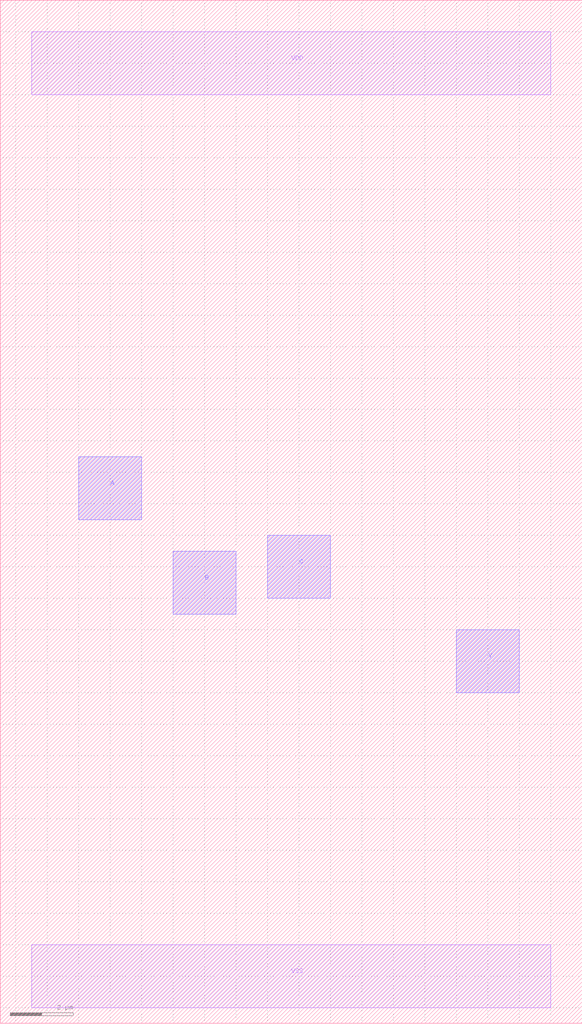
<source format=lef>
# C:/Users/akita/Documents/or31.lef
# Created by Glade release version 4.7.35 compiled on May 19 2020 19:14:35
# Run by akita on host LAPTOP-E0CJ65QR at Wed Jun  3 17:43:39 2020

VERSION 5.6 ;
NAMESCASESENSITIVE ON ;
BUSBITCHARS "[]" ;
DIVIDERCHAR "/"  ;
UNITS
    DATABASE MICRONS 1000 ;
END UNITS

MACRO or31
    CLASS core ;
    FOREIGN or31 -1.500 -1.500 ;
    ORIGIN 1.500 1.500 ;
    SIZE 18.500 BY 32.500 ;
    PIN VDD
        DIRECTION INOUT ;
        USE POWER ;
        PORT
        LAYER ML1 ;
        RECT -0.500 28.000 16.000 30.000 ;
        END
    END VDD
    PIN B
        DIRECTION INPUT ;
        USE SIGNAL ;
        PORT
        LAYER ML2 ;
        RECT 4.000 11.500 6.000 13.500 ;
        LAYER ML1 ;
        RECT 4.000 11.500 6.000 13.500 ;
        END
    END B
    PIN Y
        DIRECTION OUTPUT ;
        USE SIGNAL ;
        PORT
        LAYER ML2 ;
        RECT 13.000 9.000 15.000 11.000 ;
        LAYER ML1 ;
        RECT 13.000 9.000 15.000 11.000 ;
        END
    END Y
    PIN C
        DIRECTION INPUT ;
        USE SIGNAL ;
        PORT
        LAYER ML2 ;
        RECT 7.000 12.000 9.000 14.000 ;
        LAYER ML1 ;
        RECT 7.000 12.000 9.000 14.000 ;
        END
    END C
    PIN A
        DIRECTION INPUT ;
        USE SIGNAL ;
        PORT
        LAYER ML2 ;
        RECT 1.000 14.500 3.000 16.500 ;
        LAYER ML1 ;
        RECT 1.000 14.500 3.000 16.500 ;
        END
    END A
    PIN VSS
        DIRECTION INOUT ;
        USE GROUND ;
        PORT
        LAYER ML1 ;
        RECT -0.500 -1.000 16.000 1.000 ;
        END
    END VSS
    OBS
    END
END or31

END LIBRARY

</source>
